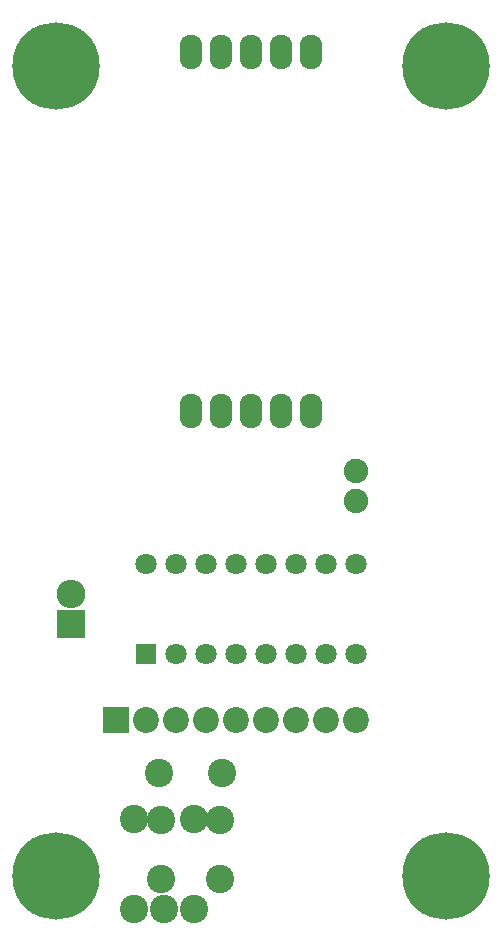
<source format=gbs>
G04 #@! TF.FileFunction,Soldermask,Bot*
%FSLAX46Y46*%
G04 Gerber Fmt 4.6, Leading zero omitted, Abs format (unit mm)*
G04 Created by KiCad (PCBNEW 4.0.7-e2-6376~58~ubuntu16.04.1) date Tue Sep 19 17:02:44 2017*
%MOMM*%
%LPD*%
G01*
G04 APERTURE LIST*
%ADD10C,0.050800*%
%ADD11C,2.400000*%
%ADD12O,1.924000X2.940000*%
%ADD13C,7.400000*%
%ADD14R,1.797000X1.797000*%
%ADD15C,1.797000*%
%ADD16R,2.432000X2.432000*%
%ADD17O,2.432000X2.432000*%
%ADD18R,2.200000X2.200000*%
%ADD19C,2.200000*%
%ADD20C,2.076400*%
G04 APERTURE END LIST*
D10*
D11*
X93870000Y-141074000D03*
X99170000Y-141074000D03*
D12*
X96520000Y-110451900D03*
X99060000Y-110451900D03*
X101600000Y-110451900D03*
X104140000Y-110451900D03*
X106680000Y-110451900D03*
X106680000Y-80048100D03*
X104140000Y-80048100D03*
X101600000Y-80048100D03*
X99060000Y-80048100D03*
X96520000Y-80048100D03*
D13*
X118110000Y-81280000D03*
X85090000Y-81280000D03*
X118110000Y-149860000D03*
X85090000Y-149860000D03*
D14*
X92710000Y-131064000D03*
D15*
X95250000Y-131064000D03*
X97790000Y-131064000D03*
X100330000Y-131064000D03*
X102870000Y-131064000D03*
X105410000Y-131064000D03*
X107950000Y-131064000D03*
X110490000Y-131064000D03*
X110490000Y-123444000D03*
X107950000Y-123444000D03*
X105410000Y-123444000D03*
X102870000Y-123444000D03*
X100330000Y-123444000D03*
X97790000Y-123444000D03*
X95250000Y-123444000D03*
X92710000Y-123444000D03*
D16*
X86360000Y-128524000D03*
D17*
X86360000Y-125984000D03*
D18*
X90170000Y-136652000D03*
D19*
X92710000Y-136652000D03*
X95250000Y-136652000D03*
X97790000Y-136652000D03*
X100330000Y-136652000D03*
X102870000Y-136652000D03*
X105410000Y-136652000D03*
X107950000Y-136652000D03*
X110490000Y-136652000D03*
D11*
X94020000Y-150074000D03*
X94020000Y-145074000D03*
X99020000Y-150074000D03*
X99020000Y-145074000D03*
X91694000Y-145034000D03*
X96774000Y-145034000D03*
X96774000Y-152654000D03*
X94234000Y-152654000D03*
X91694000Y-152654000D03*
D20*
X110490000Y-118110000D03*
X110490000Y-115570000D03*
M02*

</source>
